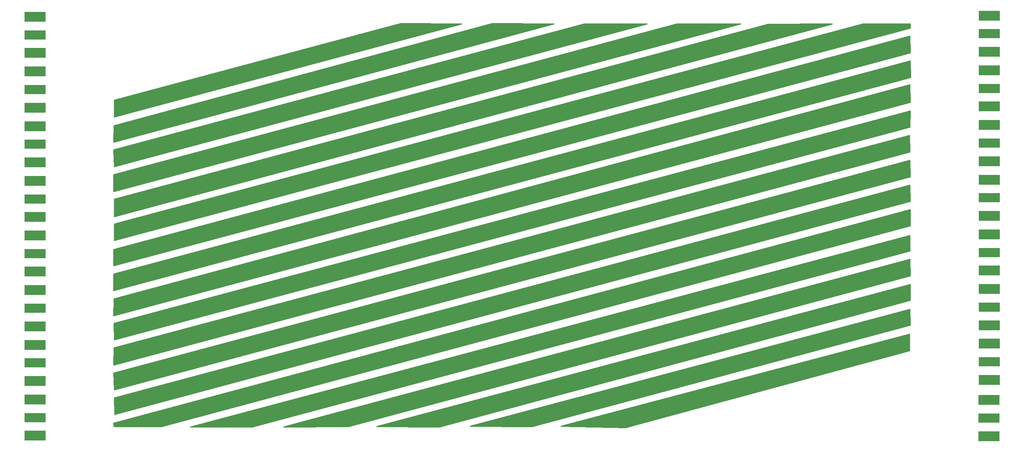
<source format=gbr>
%TF.GenerationSoftware,KiCad,Pcbnew,8.0.3*%
%TF.CreationDate,2024-07-10T09:14:50+07:00*%
%TF.ProjectId,probe,70726f62-652e-46b6-9963-61645f706362,rev?*%
%TF.SameCoordinates,Original*%
%TF.FileFunction,Soldermask,Top*%
%TF.FilePolarity,Negative*%
%FSLAX46Y46*%
G04 Gerber Fmt 4.6, Leading zero omitted, Abs format (unit mm)*
G04 Created by KiCad (PCBNEW 8.0.3) date 2024-07-10 09:14:50*
%MOMM*%
%LPD*%
G01*
G04 APERTURE LIST*
%ADD10R,5.080000X2.290000*%
%ADD11R,5.080000X2.420000*%
G04 APERTURE END LIST*
D10*
%TO.C,J6*%
X149250000Y-212400000D03*
D11*
X149250000Y-208020000D03*
X149250000Y-216780000D03*
%TD*%
D10*
%TO.C,J2*%
X149250000Y-159480000D03*
D11*
X149250000Y-155100000D03*
X149250000Y-163860000D03*
%TD*%
D10*
%TO.C,J16*%
X379680000Y-239000000D03*
D11*
X379680000Y-243380000D03*
X379680000Y-234620000D03*
%TD*%
D10*
%TO.C,J5*%
X149250000Y-199170000D03*
D11*
X149250000Y-194790000D03*
X149250000Y-203550000D03*
%TD*%
D10*
%TO.C,J12*%
X379720000Y-185665375D03*
D11*
X379720000Y-190045375D03*
X379720000Y-181285375D03*
%TD*%
D10*
%TO.C,J3*%
X149250000Y-172710000D03*
D11*
X149250000Y-168330000D03*
X149250000Y-177090000D03*
%TD*%
D10*
%TO.C,J8*%
X149250000Y-238860000D03*
D11*
X149250000Y-234480000D03*
X149250000Y-243240000D03*
%TD*%
D10*
%TO.C,J11*%
X379720000Y-172435375D03*
D11*
X379720000Y-176815375D03*
X379720000Y-168055375D03*
%TD*%
D10*
%TO.C,J13*%
X379720000Y-198895375D03*
D11*
X379720000Y-203275375D03*
X379720000Y-194515375D03*
%TD*%
D10*
%TO.C,J15*%
X379720000Y-225355375D03*
D11*
X379720000Y-229735375D03*
X379720000Y-220975375D03*
%TD*%
D10*
%TO.C,J1*%
X149250000Y-146250000D03*
D11*
X149250000Y-141870000D03*
X149250000Y-150630000D03*
%TD*%
D10*
%TO.C,J14*%
X379720000Y-212125375D03*
D11*
X379720000Y-216505375D03*
X379720000Y-207745375D03*
%TD*%
D10*
%TO.C,J4*%
X149250000Y-185940000D03*
D11*
X149250000Y-181560000D03*
X149250000Y-190320000D03*
%TD*%
D10*
%TO.C,J7*%
X149250000Y-225630000D03*
D11*
X149250000Y-221250000D03*
X149250000Y-230010000D03*
%TD*%
D10*
%TO.C,J9*%
X379720000Y-145975375D03*
D11*
X379720000Y-150355375D03*
X379720000Y-141595375D03*
%TD*%
D10*
%TO.C,J10*%
X379720000Y-159205375D03*
D11*
X379720000Y-163585375D03*
X379720000Y-154825375D03*
%TD*%
G36*
X297127357Y-143519685D02*
G01*
X297173112Y-143572489D01*
X297183056Y-143641647D01*
X297154031Y-143705203D01*
X297095253Y-143742977D01*
X297092484Y-143743755D01*
X168452493Y-178295920D01*
X168382642Y-178294300D01*
X168324756Y-178255172D01*
X168297213Y-178190960D01*
X168296360Y-178179023D01*
X168202246Y-174097407D01*
X168220380Y-174029932D01*
X168272115Y-173982972D01*
X168294112Y-173974776D01*
X281984228Y-143504227D01*
X282016329Y-143500000D01*
X297060318Y-143500000D01*
X297127357Y-143519685D01*
G37*
G36*
X360514053Y-218543163D02*
G01*
X360571817Y-218582471D01*
X360599160Y-218646768D01*
X360600000Y-218661180D01*
X360600000Y-222705216D01*
X360580315Y-222772255D01*
X360527511Y-222818010D01*
X360508538Y-222824871D01*
X292217066Y-241395359D01*
X292182314Y-241399684D01*
X276288970Y-241115874D01*
X276222293Y-241094996D01*
X276177488Y-241041383D01*
X276168781Y-240972058D01*
X276198936Y-240909031D01*
X276258379Y-240872312D01*
X276259391Y-240872039D01*
X360444207Y-218541325D01*
X360514053Y-218543163D01*
G37*
G36*
X319724374Y-143519685D02*
G01*
X319770129Y-143572489D01*
X319780073Y-143641647D01*
X319751048Y-143705203D01*
X319692270Y-143742977D01*
X319689403Y-143743782D01*
X168356068Y-184258218D01*
X168286218Y-184256540D01*
X168228364Y-184217365D01*
X168200874Y-184153130D01*
X168200000Y-184138436D01*
X168200000Y-180095127D01*
X168219685Y-180028088D01*
X168272489Y-179982333D01*
X168291880Y-179975359D01*
X304284220Y-143504232D01*
X304316340Y-143500000D01*
X319657335Y-143500000D01*
X319724374Y-143519685D01*
G37*
G36*
X360709939Y-164544435D02*
G01*
X360767772Y-164583640D01*
X360795229Y-164647889D01*
X360796060Y-164665471D01*
X360702210Y-168607176D01*
X360680935Y-168673727D01*
X360627057Y-168718213D01*
X360610308Y-168724007D01*
X168453776Y-220158838D01*
X168383926Y-220157157D01*
X168326074Y-220117980D01*
X168298586Y-220053744D01*
X168297726Y-220040826D01*
X168240584Y-216039858D01*
X168259309Y-215972544D01*
X168311454Y-215926040D01*
X168332566Y-215918288D01*
X360640090Y-164542720D01*
X360709939Y-164544435D01*
G37*
G36*
X360617592Y-176542420D02*
G01*
X360675438Y-176581607D01*
X360702915Y-176645847D01*
X360703751Y-176657564D01*
X360797679Y-180602521D01*
X360779596Y-180670010D01*
X360727896Y-180717009D01*
X360705819Y-180725245D01*
X168451862Y-232259292D01*
X168382012Y-232257636D01*
X168324146Y-232218479D01*
X168296635Y-232154253D01*
X168295801Y-232142831D01*
X168187685Y-228095379D01*
X168205573Y-228027838D01*
X168257136Y-227980689D01*
X168279598Y-227972280D01*
X360547743Y-176540728D01*
X360617592Y-176542420D01*
G37*
G36*
X341905630Y-143525105D02*
G01*
X341951704Y-143577631D01*
X341962067Y-143646728D01*
X341933427Y-143710458D01*
X341874879Y-143748588D01*
X341871409Y-143749575D01*
X168456185Y-190358022D01*
X168386334Y-190356413D01*
X168328441Y-190317295D01*
X168300888Y-190253087D01*
X168300000Y-190238272D01*
X168300000Y-185995169D01*
X168319685Y-185928130D01*
X168372489Y-185882375D01*
X168391932Y-185875387D01*
X326284612Y-143604119D01*
X326315928Y-143599903D01*
X341838472Y-143505827D01*
X341905630Y-143525105D01*
G37*
G36*
X360613892Y-194663980D02*
G01*
X360671709Y-194703209D01*
X360699140Y-194767469D01*
X360700000Y-194782049D01*
X360700000Y-198519712D01*
X360680315Y-198586751D01*
X360627511Y-198632506D01*
X360608170Y-198639466D01*
X201816079Y-241295680D01*
X201783354Y-241299925D01*
X186883777Y-241233233D01*
X186816826Y-241213248D01*
X186771308Y-241160240D01*
X186761674Y-241091038D01*
X186790983Y-241027613D01*
X186849930Y-240990102D01*
X186852376Y-240989422D01*
X360544044Y-194662237D01*
X360613892Y-194663980D01*
G37*
G36*
X274583905Y-143494201D02*
G01*
X274650818Y-143514310D01*
X274696238Y-143567402D01*
X274705744Y-143636622D01*
X274676317Y-143699993D01*
X274617301Y-143737395D01*
X274615327Y-143737943D01*
X168358354Y-172317120D01*
X168288502Y-172315524D01*
X168230603Y-172276416D01*
X168203038Y-172212214D01*
X168202158Y-172195744D01*
X168254495Y-168219512D01*
X168275060Y-168152737D01*
X168328462Y-168107681D01*
X168346118Y-168101443D01*
X259683713Y-143404403D01*
X259716864Y-143400106D01*
X274583905Y-143494201D01*
G37*
G36*
X252282862Y-143494120D02*
G01*
X252349774Y-143514233D01*
X252395189Y-143567330D01*
X252404689Y-143636550D01*
X252375258Y-143699919D01*
X252316238Y-143737316D01*
X252314228Y-143737874D01*
X168456161Y-166258062D01*
X168386310Y-166256438D01*
X168328426Y-166217308D01*
X168300885Y-166153095D01*
X168300000Y-166138305D01*
X168300000Y-162095107D01*
X168319685Y-162028068D01*
X168372489Y-161982313D01*
X168391856Y-161975346D01*
X237583817Y-143404343D01*
X237616756Y-143400107D01*
X252282862Y-143494120D01*
G37*
G36*
X360615369Y-146443111D02*
G01*
X360673254Y-146482240D01*
X360700795Y-146546452D01*
X360701674Y-146559947D01*
X360743988Y-150601251D01*
X360725007Y-150668493D01*
X360672685Y-150714798D01*
X360652063Y-150722331D01*
X168356068Y-202203770D01*
X168286218Y-202202092D01*
X168228364Y-202162917D01*
X168200874Y-202098683D01*
X168200000Y-202083988D01*
X168200000Y-198195091D01*
X168219685Y-198128052D01*
X168272489Y-198082297D01*
X168291837Y-198075335D01*
X360545518Y-146441489D01*
X360615369Y-146443111D01*
G37*
G36*
X360617613Y-212542352D02*
G01*
X360675433Y-212581577D01*
X360702868Y-212645835D01*
X360703695Y-212657515D01*
X360794989Y-216548887D01*
X360776882Y-216616369D01*
X360725166Y-216663350D01*
X360703162Y-216671558D01*
X269316176Y-241195659D01*
X269283252Y-241199894D01*
X254423129Y-241105842D01*
X254356216Y-241085733D01*
X254310796Y-241032641D01*
X254301290Y-240963421D01*
X254330717Y-240900050D01*
X254389733Y-240862648D01*
X254391950Y-240862035D01*
X360547765Y-212540614D01*
X360617613Y-212542352D01*
G37*
G36*
X360716301Y-152442802D02*
G01*
X360774163Y-152481967D01*
X360801665Y-152546196D01*
X360802525Y-152558943D01*
X360866394Y-156577909D01*
X360847778Y-156645252D01*
X360795707Y-156691841D01*
X360774504Y-156699654D01*
X168356094Y-208258174D01*
X168286244Y-208256511D01*
X168228381Y-208217349D01*
X168200877Y-208153120D01*
X168200000Y-208138399D01*
X168200000Y-204095151D01*
X168219685Y-204028112D01*
X168272489Y-203982357D01*
X168291911Y-203975375D01*
X360646452Y-152441137D01*
X360716301Y-152442802D01*
G37*
G36*
X360616849Y-158242792D02*
G01*
X360674767Y-158281873D01*
X360702361Y-158346063D01*
X360703233Y-158358427D01*
X360788883Y-162554704D01*
X360770571Y-162622131D01*
X360718711Y-162668954D01*
X360697086Y-162676986D01*
X168356785Y-214357872D01*
X168286934Y-214356258D01*
X168229044Y-214317136D01*
X168201495Y-214252927D01*
X168200609Y-214237655D01*
X168215913Y-210160703D01*
X168235849Y-210093737D01*
X168288824Y-210048181D01*
X168307650Y-210041438D01*
X360546997Y-158241227D01*
X360616849Y-158242792D01*
G37*
G36*
X360743039Y-143519685D02*
G01*
X360788794Y-143572489D01*
X360800000Y-143624000D01*
X360800000Y-144604813D01*
X360780315Y-144671852D01*
X360727511Y-144717607D01*
X360708047Y-144724600D01*
X168456047Y-196158252D01*
X168386198Y-196156562D01*
X168328350Y-196117377D01*
X168300871Y-196053138D01*
X168300000Y-196038465D01*
X168300000Y-191995198D01*
X168319685Y-191928159D01*
X168372489Y-191882404D01*
X168391967Y-191875407D01*
X349284260Y-143504209D01*
X349316293Y-143500000D01*
X360676000Y-143500000D01*
X360743039Y-143519685D01*
G37*
G36*
X360713919Y-188443488D02*
G01*
X360771799Y-188482624D01*
X360799332Y-188546840D01*
X360800216Y-188561451D01*
X360805410Y-192442431D01*
X360785815Y-192509497D01*
X360733072Y-192555322D01*
X360713604Y-192562345D01*
X179815816Y-241195748D01*
X179783622Y-241200000D01*
X168413239Y-241200000D01*
X168346200Y-241180315D01*
X168300445Y-241127511D01*
X168289748Y-241087226D01*
X168209448Y-240203930D01*
X168222982Y-240135384D01*
X168271427Y-240085037D01*
X168300791Y-240072944D01*
X360644068Y-188441857D01*
X360713919Y-188443488D01*
G37*
G36*
X360712824Y-206543661D02*
G01*
X360770656Y-206582868D01*
X360798111Y-206647117D01*
X360798975Y-206662526D01*
X360774935Y-210474790D01*
X360754828Y-210541704D01*
X360701736Y-210587125D01*
X360683254Y-210593723D01*
X246979850Y-241288349D01*
X246946817Y-241292632D01*
X231823976Y-241205333D01*
X231757051Y-241185262D01*
X231711602Y-241132194D01*
X231702058Y-241062980D01*
X231731449Y-240999593D01*
X231790445Y-240962158D01*
X231792690Y-240961536D01*
X360642975Y-206541945D01*
X360712824Y-206543661D01*
G37*
G36*
X360616965Y-182542593D02*
G01*
X360674813Y-182581777D01*
X360702294Y-182646016D01*
X360703141Y-182658230D01*
X360780676Y-186563406D01*
X360762326Y-186630823D01*
X360710440Y-186677617D01*
X360688846Y-186685628D01*
X168552754Y-238258997D01*
X168482904Y-238257365D01*
X168425024Y-238218228D01*
X168397491Y-238154011D01*
X168396636Y-238141873D01*
X168310075Y-234072010D01*
X168328330Y-234004567D01*
X168380149Y-233957699D01*
X168401998Y-233949586D01*
X360547116Y-182540904D01*
X360616965Y-182542593D01*
G37*
G36*
X360517484Y-170454443D02*
G01*
X360575341Y-170493614D01*
X360602836Y-170557846D01*
X360603677Y-170569659D01*
X360697727Y-174602569D01*
X360679611Y-174670049D01*
X360627888Y-174717023D01*
X360605866Y-174725232D01*
X168358419Y-226257535D01*
X168288569Y-226255879D01*
X168230703Y-226216722D01*
X168203192Y-226152496D01*
X168202326Y-226136004D01*
X168260807Y-222014160D01*
X168281441Y-221947406D01*
X168334889Y-221902405D01*
X168352718Y-221896140D01*
X360447634Y-170452771D01*
X360517484Y-170454443D01*
G37*
G36*
X360617394Y-200442566D02*
G01*
X360675279Y-200481696D01*
X360702819Y-200545909D01*
X360703670Y-200557816D01*
X360797736Y-204602649D01*
X360779616Y-204670128D01*
X360727890Y-204717098D01*
X360705962Y-204725280D01*
X224961388Y-241217217D01*
X224929785Y-241221468D01*
X209357365Y-241295451D01*
X209290233Y-241276085D01*
X209244228Y-241223499D01*
X209233956Y-241154388D01*
X209262678Y-241090695D01*
X209321276Y-241052642D01*
X209324615Y-241051695D01*
X360547543Y-200440942D01*
X360617394Y-200442566D01*
G37*
M02*

</source>
